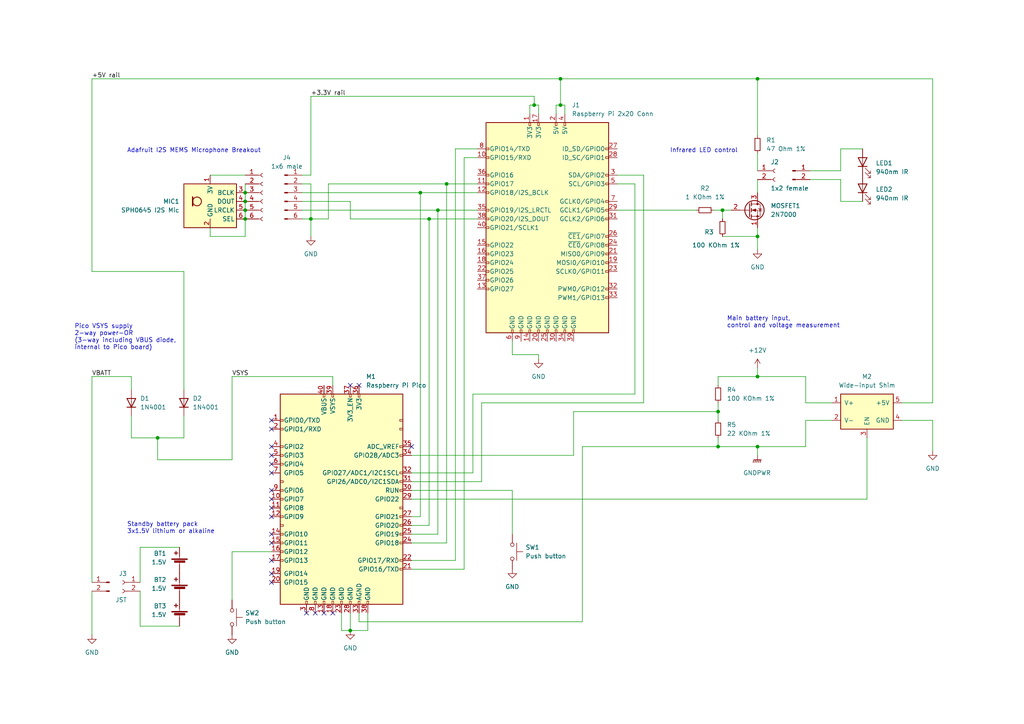
<source format=kicad_sch>
(kicad_sch (version 20211123) (generator eeschema)
  (paper "A4")
  (title_block (title "BirdBox3 Interface Hatlet for Pi Zero W") (date "2024-02-02") (rev "1.0"))
  (lib_symbols
    (symbol "Battery_Management:BQ297xy" (pin_names (offset 1.016))
      (property "Reference" "M2" (at 0 10.16 0))
      (property "Value" "Wide-input Shim" (at 0 7.62 0))
      (symbol "BQ297xy_0_1"
        (rectangle (start -7.62 5.08) (end 7.62 -5.08) (stroke (width 0.254)) (fill (type background)))
      )
      (symbol "BQ297xy_1_1"
        (pin no_connect line (at 7.62 0 180) (length 2.54) hide (name "NC") (number "1"))
        (pin input line (at -10.16 2.54 0) (length 2.54) (name "V+") (number "1"))
        (pin input line (at -10.16 -2.54 0) (length 2.54) (name "V-") (number "2"))
        (pin input line (at 0 -7.62 90) (length 2.54) (name "EN") (number "3"))
        (pin output line (at 10.16 -2.54 180) (length 2.54) (name "GND") (number "4"))
        (pin output line (at 10.16 2.54 180) (length 2.54) (name "+5V") (number "5"))
      )
    )
    (symbol "Connector:Conn_01x02_Female" (pin_names (offset 1.016) hide)
      (property "Reference" "J" (at 0 2.54 0))
      (property "Value" "Conn_01x02_Female" (at 0 -5.08 0))
      (symbol "Conn_01x02_Female_1_1"
        (arc (start 0 -2.032) (mid -0.508 -2.54) (end 0 -3.048) (stroke (width 0.1524)))
        (polyline (pts (xy -1.27 -2.54) (xy -0.508 -2.54)) (stroke (width 0.1524)))
        (polyline (pts (xy -1.27 0) (xy -0.508 0)) (stroke (width 0.1524)))
        (arc (start 0 0.508) (mid -0.508 0) (end 0 -0.508) (stroke (width 0.1524)))
        (pin passive line (at -5.08 0 0) (length 3.81) (name "Pin_1") (number "1"))
        (pin passive line (at -5.08 -2.54 0) (length 3.81) (name "Pin_2") (number "2"))
      )
    )
    (symbol "Connector:Conn_01x02_Male" (pin_names (offset 1.016) hide)
      (property "Reference" "J" (at 0 2.54 0))
      (property "Value" "Conn_01x02_Male" (at 0 -5.08 0))
      (symbol "Conn_01x02_Male_1_1"
        (polyline (pts (xy 1.27 -2.54) (xy 0.8636 -2.54)) (stroke (width 0.1524)))
        (polyline (pts (xy 1.27 0) (xy 0.8636 0)) (stroke (width 0.1524)))
        (rectangle (start 0.8636 -2.413) (end 0 -2.667) (stroke (width 0.1524)) (fill (type outline)))
        (rectangle (start 0.8636 0.127) (end 0 -0.127) (stroke (width 0.1524)) (fill (type outline)))
        (pin passive line (at 5.08 0 180) (length 3.81) (name "Pin_1") (number "1"))
        (pin passive line (at 5.08 -2.54 180) (length 3.81) (name "Pin_2") (number "2"))
      )
    )
    (symbol "Connector:Conn_01x06_Female" (pin_names (offset 1.016) hide)
      (property "Reference" "J" (at 0 7.62 0))
      (property "Value" "Conn_01x06_Female" (at 0 -10.16 0))
      (symbol "Conn_01x06_Female_1_1"
        (arc (start 0 -7.112) (mid -0.508 -7.62) (end 0 -8.128) (stroke (width 0.1524)))
        (arc (start 0 -4.572) (mid -0.508 -5.08) (end 0 -5.588) (stroke (width 0.1524)))
        (arc (start 0 -2.032) (mid -0.508 -2.54) (end 0 -3.048) (stroke (width 0.1524)))
        (polyline (pts (xy -1.27 -7.62) (xy -0.508 -7.62)) (stroke (width 0.1524)))
        (polyline (pts (xy -1.27 -5.08) (xy -0.508 -5.08)) (stroke (width 0.1524)))
        (polyline (pts (xy -1.27 -2.54) (xy -0.508 -2.54)) (stroke (width 0.1524)))
        (polyline (pts (xy -1.27 0) (xy -0.508 0)) (stroke (width 0.1524)))
        (polyline (pts (xy -1.27 2.54) (xy -0.508 2.54)) (stroke (width 0.1524)))
        (polyline (pts (xy -1.27 5.08) (xy -0.508 5.08)) (stroke (width 0.1524)))
        (arc (start 0 0.508) (mid -0.508 0) (end 0 -0.508) (stroke (width 0.1524)))
        (arc (start 0 3.048) (mid -0.508 2.54) (end 0 2.032) (stroke (width 0.1524)))
        (arc (start 0 5.588) (mid -0.508 5.08) (end 0 4.572) (stroke (width 0.1524)))
        (pin passive line (at -5.08 5.08 0) (length 3.81) (name "Pin_1") (number "1"))
        (pin passive line (at -5.08 2.54 0) (length 3.81) (name "Pin_2") (number "2"))
        (pin passive line (at -5.08 0 0) (length 3.81) (name "Pin_3") (number "3"))
        (pin passive line (at -5.08 -2.54 0) (length 3.81) (name "Pin_4") (number "4"))
        (pin passive line (at -5.08 -5.08 0) (length 3.81) (name "Pin_5") (number "5"))
        (pin passive line (at -5.08 -7.62 0) (length 3.81) (name "Pin_6") (number "6"))
      )
    )
    (symbol "Connector:Conn_01x06_Male" (pin_names (offset 1.016) hide)
      (property "Reference" "J" (at 0 7.62 0))
      (property "Value" "Conn_01x06_Male" (at 0 -10.16 0))
      (symbol "Conn_01x06_Male_1_1"
        (polyline (pts (xy 1.27 -7.62) (xy 0.8636 -7.62)) (stroke (width 0.1524)))
        (polyline (pts (xy 1.27 -5.08) (xy 0.8636 -5.08)) (stroke (width 0.1524)))
        (polyline (pts (xy 1.27 -2.54) (xy 0.8636 -2.54)) (stroke (width 0.1524)))
        (polyline (pts (xy 1.27 0) (xy 0.8636 0)) (stroke (width 0.1524)))
        (polyline (pts (xy 1.27 2.54) (xy 0.8636 2.54)) (stroke (width 0.1524)))
        (polyline (pts (xy 1.27 5.08) (xy 0.8636 5.08)) (stroke (width 0.1524)))
        (rectangle (start 0.8636 -7.493) (end 0 -7.747) (stroke (width 0.1524)) (fill (type outline)))
        (rectangle (start 0.8636 -4.953) (end 0 -5.207) (stroke (width 0.1524)) (fill (type outline)))
        (rectangle (start 0.8636 -2.413) (end 0 -2.667) (stroke (width 0.1524)) (fill (type outline)))
        (rectangle (start 0.8636 0.127) (end 0 -0.127) (stroke (width 0.1524)) (fill (type outline)))
        (rectangle (start 0.8636 2.667) (end 0 2.413) (stroke (width 0.1524)) (fill (type outline)))
        (rectangle (start 0.8636 5.207) (end 0 4.953) (stroke (width 0.1524)) (fill (type outline)))
        (pin passive line (at 5.08 5.08 180) (length 3.81) (name "Pin_1") (number "1"))
        (pin passive line (at 5.08 2.54 180) (length 3.81) (name "Pin_2") (number "2"))
        (pin passive line (at 5.08 0 180) (length 3.81) (name "Pin_3") (number "3"))
        (pin passive line (at 5.08 -2.54 180) (length 3.81) (name "Pin_4") (number "4"))
        (pin passive line (at 5.08 -5.08 180) (length 3.81) (name "Pin_5") (number "5"))
        (pin passive line (at 5.08 -7.62 180) (length 3.81) (name "Pin_6") (number "6"))
      )
    )
    (symbol "Connector:Raspberry_Pi_2_3" (pin_names (offset 1.016))
      (property "Reference" "J1" (at 7.0994 35.56 0))
      (property "Value" "Raspberry Pi 2x20 Conn" (at 7.0994 33.02 0))
      (symbol "Raspberry_Pi_2_3_0_1"
        (rectangle (start -17.78 30.48) (end 17.78 -30.48) (stroke (width 0.254)) (fill (type background)))
      )
      (symbol "Raspberry_Pi_2_3_1_1"
        (rectangle (start -16.891 -17.526) (end -17.78 -18.034))
        (rectangle (start -16.891 -14.986) (end -17.78 -15.494))
        (rectangle (start -16.891 -12.446) (end -17.78 -12.954))
        (rectangle (start -16.891 -9.906) (end -17.78 -10.414))
        (rectangle (start -16.891 -7.366) (end -17.78 -7.874))
        (rectangle (start -16.891 -4.826) (end -17.78 -5.334))
        (rectangle (start -16.891 0.254) (end -17.78 -0.254))
        (rectangle (start -16.891 2.794) (end -17.78 2.286))
        (rectangle (start -16.891 5.334) (end -17.78 4.826))
        (rectangle (start -16.891 10.414) (end -17.78 9.906))
        (rectangle (start -16.891 12.954) (end -17.78 12.446))
        (rectangle (start -16.891 15.494) (end -17.78 14.986))
        (rectangle (start -16.891 20.574) (end -17.78 20.066))
        (rectangle (start -16.891 23.114) (end -17.78 22.606))
        (rectangle (start -10.414 -29.591) (end -9.906 -30.48))
        (rectangle (start -7.874 -29.591) (end -7.366 -30.48))
        (rectangle (start -5.334 -29.591) (end -4.826 -30.48))
        (rectangle (start -5.334 30.48) (end -4.826 29.591))
        (rectangle (start -2.794 -29.591) (end -2.286 -30.48))
        (rectangle (start -2.794 30.48) (end -2.286 29.591))
        (rectangle (start -0.254 -29.591) (end 0.254 -30.48))
        (rectangle (start 2.286 -29.591) (end 2.794 -30.48))
        (rectangle (start 2.286 30.48) (end 2.794 29.591))
        (rectangle (start 4.826 -29.591) (end 5.334 -30.48))
        (rectangle (start 4.826 30.48) (end 5.334 29.591))
        (rectangle (start 7.366 -29.591) (end 7.874 -30.48))
        (rectangle (start 17.78 -20.066) (end 16.891 -20.574))
        (rectangle (start 17.78 -17.526) (end 16.891 -18.034))
        (rectangle (start 17.78 -12.446) (end 16.891 -12.954))
        (rectangle (start 17.78 -9.906) (end 16.891 -10.414))
        (rectangle (start 17.78 -7.366) (end 16.891 -7.874))
        (rectangle (start 17.78 -4.826) (end 16.891 -5.334))
        (rectangle (start 17.78 -2.286) (end 16.891 -2.794))
        (rectangle (start 17.78 2.794) (end 16.891 2.286))
        (rectangle (start 17.78 5.334) (end 16.891 4.826))
        (rectangle (start 17.78 7.874) (end 16.891 7.366))
        (rectangle (start 17.78 12.954) (end 16.891 12.446))
        (rectangle (start 17.78 15.494) (end 16.891 14.986))
        (rectangle (start 17.78 20.574) (end 16.891 20.066))
        (rectangle (start 17.78 23.114) (end 16.891 22.606))
        (pin power_in line (at -5.08 33.02 270) (length 2.54) (name "3V3") (number "1"))
        (pin bidirectional line (at -20.32 20.32 0) (length 2.54) (name "GPIO15/RXD") (number "10"))
        (pin bidirectional line (at -20.32 12.7 0) (length 2.54) (name "GPIO17") (number "11"))
        (pin bidirectional line (at -20.32 10.16 0) (length 2.54) (name "GPIO18/I2S_BCLK") (number "12"))
        (pin bidirectional line (at -20.32 -17.78 0) (length 2.54) (name "GPIO27") (number "13"))
        (pin power_in line (at -5.08 -33.02 90) (length 2.54) (name "GND") (number "14"))
        (pin bidirectional line (at -20.32 -5.08 0) (length 2.54) (name "GPIO22") (number "15"))
        (pin bidirectional line (at -20.32 -7.62 0) (length 2.54) (name "GPIO23") (number "16"))
        (pin power_in line (at -2.54 33.02 270) (length 2.54) (name "3V3") (number "17"))
        (pin bidirectional line (at -20.32 -10.16 0) (length 2.54) (name "GPIO24") (number "18"))
        (pin bidirectional line (at 20.32 -10.16 180) (length 2.54) (name "MOSI0/GPIO10") (number "19"))
        (pin power_in line (at 2.54 33.02 270) (length 2.54) (name "5V") (number "2"))
        (pin power_in line (at -2.54 -33.02 90) (length 2.54) (name "GND") (number "20"))
        (pin bidirectional line (at 20.32 -7.62 180) (length 2.54) (name "MISO0/GPIO9") (number "21"))
        (pin bidirectional line (at -20.32 -12.7 0) (length 2.54) (name "GPIO25") (number "22"))
        (pin bidirectional line (at 20.32 -12.7 180) (length 2.54) (name "SCLK0/GPIO11") (number "23"))
        (pin bidirectional line (at 20.32 -5.08 180) (length 2.54) (name "~{CE0}/GPIO8") (number "24"))
        (pin power_in line (at 0 -33.02 90) (length 2.54) (name "GND") (number "25"))
        (pin bidirectional line (at 20.32 -2.54 180) (length 2.54) (name "~{CE1}/GPIO7") (number "26"))
        (pin bidirectional line (at 20.32 22.86 180) (length 2.54) (name "ID_SD/GPIO0") (number "27"))
        (pin bidirectional line (at 20.32 20.32 180) (length 2.54) (name "ID_SC/GPIO1") (number "28"))
        (pin bidirectional line (at 20.32 5.08 180) (length 2.54) (name "GCLK1/GPIO5") (number "29"))
        (pin bidirectional line (at 20.32 15.24 180) (length 2.54) (name "SDA/GPIO2") (number "3"))
        (pin power_in line (at 2.54 -33.02 90) (length 2.54) (name "GND") (number "30"))
        (pin bidirectional line (at 20.32 2.54 180) (length 2.54) (name "GCLK2/GPIO6") (number "31"))
        (pin bidirectional line (at 20.32 -17.78 180) (length 2.54) (name "PWM0/GPIO12") (number "32"))
        (pin bidirectional line (at 20.32 -20.32 180) (length 2.54) (name "PWM1/GPIO13") (number "33"))
        (pin power_in line (at 5.08 -33.02 90) (length 2.54) (name "GND") (number "34"))
        (pin bidirectional line (at -20.32 5.08 0) (length 2.54) (name "GPIO19/I2S_LRCTL") (number "35"))
        (pin bidirectional line (at -20.32 15.24 0) (length 2.54) (name "GPIO16") (number "36"))
        (pin bidirectional line (at -20.32 -15.24 0) (length 2.54) (name "GPIO26") (number "37"))
        (pin bidirectional line (at -20.32 2.54 0) (length 2.54) (name "GPIO20/I2S_DOUT") (number "38"))
        (pin power_in line (at 7.62 -33.02 90) (length 2.54) (name "GND") (number "39"))
        (pin power_in line (at 5.08 33.02 270) (length 2.54) (name "5V") (number "4"))
        (pin bidirectional line (at -20.32 0 0) (length 2.54) (name "GPIO21/SCLK1") (number "40"))
        (pin bidirectional line (at 20.32 12.7 180) (length 2.54) (name "SCL/GPIO3") (number "5"))
        (pin power_in line (at -10.16 -33.02 90) (length 2.54) (name "GND") (number "6"))
        (pin bidirectional line (at 20.32 7.62 180) (length 2.54) (name "GCLK0/GPIO4") (number "7"))
        (pin bidirectional line (at -20.32 22.86 0) (length 2.54) (name "GPIO14/TXD") (number "8"))
        (pin power_in line (at -7.62 -33.02 90) (length 2.54) (name "GND") (number "9"))
      )
    )
    (symbol "Device:Battery_Cell" (pin_numbers hide) (pin_names (offset 0) hide)
      (property "Reference" "BT" (at 2.54 2.54 0))
      (property "Value" "Battery_Cell" (at 2.54 0 0))
      (symbol "Battery_Cell_0_1"
        (rectangle (start -2.286 1.778) (end 2.286 1.524) (fill (type outline)))
        (rectangle (start -1.5748 1.1938) (end 1.4732 0.6858) (fill (type outline)))
        (polyline (pts (xy 0 0.762) (xy 0 0)))
        (polyline (pts (xy 0 1.778) (xy 0 2.54)))
        (polyline (pts (xy 0.508 3.429) (xy 1.524 3.429)) (stroke (width 0.254)))
        (polyline (pts (xy 1.016 3.937) (xy 1.016 2.921)) (stroke (width 0.254)))
      )
      (symbol "Battery_Cell_1_1"
        (pin passive line (at 0 5.08 270) (length 2.54) (name "+") (number "1"))
        (pin passive line (at 0 -2.54 90) (length 2.54) (name "-") (number "2"))
      )
    )
    (symbol "Device:LED" (pin_numbers hide) (pin_names (offset 1.016) hide)
      (property "Reference" "D" (at 0 2.54 0))
      (property "Value" "LED" (at 0 -2.54 0))
      (symbol "LED_0_1"
        (polyline (pts (xy -1.27 -1.27) (xy -1.27 1.27)) (stroke (width 0.254)))
        (polyline (pts (xy -1.27 0) (xy 1.27 0)))
        (polyline (pts (xy 1.27 -1.27) (xy 1.27 1.27) (xy -1.27 0) (xy 1.27 -1.27)) (stroke (width 0.254)))
        (polyline (pts (xy -3.048 -0.762) (xy -4.572 -2.286) (xy -3.81 -2.286) (xy -4.572 -2.286) (xy -4.572 -1.524)))
        (polyline (pts (xy -1.778 -0.762) (xy -3.302 -2.286) (xy -2.54 -2.286) (xy -3.302 -2.286) (xy -3.302 -1.524)))
      )
      (symbol "LED_1_1"
        (pin passive line (at -3.81 0 0) (length 2.54) (name "K") (number "1"))
        (pin passive line (at 3.81 0 180) (length 2.54) (name "A") (number "2"))
      )
    )
    (symbol "Device:R_Small" (pin_numbers hide) (pin_names (offset 0.254) hide)
      (property "Reference" "R" (at 0.762 0.508 0))
      (property "Value" "R_Small" (at 0.762 -1.016 0))
      (symbol "R_Small_0_1"
        (rectangle (start -0.762 1.778) (end 0.762 -1.778) (stroke (width 0.2032)))
      )
      (symbol "R_Small_1_1"
        (pin passive line (at 0 2.54 270) (length 0.762) (name "~") (number "1"))
        (pin passive line (at 0 -2.54 90) (length 0.762) (name "~") (number "2"))
      )
    )
    (symbol "Diode:1N4001" (pin_numbers hide) (pin_names hide)
      (property "Reference" "D" (at 0 2.54 0))
      (property "Value" "1N4001" (at 0 -2.54 0))
      (symbol "1N4001_0_1"
        (polyline (pts (xy -1.27 1.27) (xy -1.27 -1.27)) (stroke (width 0.254)))
        (polyline (pts (xy 1.27 0) (xy -1.27 0)))
        (polyline (pts (xy 1.27 1.27) (xy 1.27 -1.27) (xy -1.27 0) (xy 1.27 1.27)) (stroke (width 0.254)))
      )
      (symbol "1N4001_1_1"
        (pin passive line (at -3.81 0 0) (length 2.54) (name "K") (number "1"))
        (pin passive line (at 3.81 0 180) (length 2.54) (name "A") (number "2"))
      )
    )
    (symbol "Raspberry_Pi_2_3_1" (pin_names (offset 1.016))
      (property "Reference" "J?" (at 7.0994 35.56 0))
      (property "Value" "Raspberry Pi Pico" (at 7.0994 33.02 0))
      (symbol "Raspberry_Pi_2_3_1_0_1"
        (rectangle (start -17.78 30.48) (end 17.78 -30.48) (stroke (width 0.254)) (fill (type background)))
      )
      (symbol "Raspberry_Pi_2_3_1_1_1"
        (rectangle (start -16.891 -17.526) (end -17.78 -18.034))
        (rectangle (start -16.891 -14.986) (end -17.78 -15.494))
        (rectangle (start -16.891 -12.446) (end -17.78 -12.954))
        (rectangle (start -16.891 -9.906) (end -17.78 -10.414))
        (rectangle (start -16.891 -7.366) (end -17.78 -7.874))
        (rectangle (start -16.891 -4.826) (end -17.78 -5.334))
        (rectangle (start -16.891 0.254) (end -17.78 -0.254))
        (rectangle (start -16.891 2.794) (end -17.78 2.286))
        (rectangle (start -16.891 5.334) (end -17.78 4.826))
        (rectangle (start -16.891 10.414) (end -17.78 9.906))
        (rectangle (start -16.891 12.954) (end -17.78 12.446))
        (rectangle (start -16.891 15.494) (end -17.78 14.986))
        (rectangle (start -16.891 20.574) (end -17.78 20.066))
        (rectangle (start -16.891 23.114) (end -17.78 22.606))
        (rectangle (start -10.414 -29.591) (end -9.906 -30.48))
        (rectangle (start -7.874 -29.591) (end -7.366 -30.48))
        (rectangle (start -5.334 -29.591) (end -4.826 -30.48))
        (rectangle (start -5.334 30.48) (end -4.826 29.591))
        (rectangle (start -2.794 -29.591) (end -2.286 -30.48))
        (rectangle (start -2.794 30.48) (end -2.286 29.591))
        (rectangle (start -0.254 -29.591) (end 0.254 -30.48))
        (rectangle (start 2.286 -29.591) (end 2.794 -30.48))
        (rectangle (start 2.286 30.48) (end 2.794 29.591))
        (rectangle (start 4.826 -29.591) (end 5.334 -30.48))
        (rectangle (start 4.826 30.48) (end 5.334 29.591))
        (rectangle (start 7.366 -29.591) (end 7.874 -30.48))
        (rectangle (start 17.78 -20.066) (end 16.891 -20.574))
        (rectangle (start 17.78 -17.526) (end 16.891 -18.034))
        (rectangle (start 17.78 -12.446) (end 16.891 -12.954))
        (rectangle (start 17.78 -9.906) (end 16.891 -10.414))
        (rectangle (start 17.78 -7.366) (end 16.891 -7.874))
        (rectangle (start 17.78 -4.826) (end 16.891 -5.334))
        (rectangle (start 17.78 -2.286) (end 16.891 -2.794))
        (rectangle (start 17.78 2.794) (end 16.891 2.286))
        (rectangle (start 17.78 5.334) (end 16.891 4.826))
        (rectangle (start 17.78 7.874) (end 16.891 7.366))
        (rectangle (start 17.78 12.954) (end 16.891 12.446))
        (rectangle (start 17.78 15.494) (end 16.891 14.986))
        (rectangle (start 17.78 20.574) (end 16.891 20.066))
        (rectangle (start 17.78 23.114) (end 16.891 22.606))
        (pin bidirectional line (at -20.32 22.86 0) (length 2.54) (name "GPIO0/TXD") (number "1"))
        (pin bidirectional line (at -20.32 0 0) (length 2.54) (name "GPIO7") (number "10"))
        (pin bidirectional line (at -20.32 -2.54 0) (length 2.54) (name "GPIO8") (number "11"))
        (pin bidirectional line (at -20.32 -5.08 0) (length 2.54) (name "GPIO9") (number "12"))
        (pin power_in line (at -5.08 -33.02 90) (length 2.54) (name "GND") (number "13"))
        (pin bidirectional line (at -20.32 -10.16 0) (length 2.54) (name "GPIO10") (number "14"))
        (pin bidirectional line (at -20.32 -12.7 0) (length 2.54) (name "GPIO11") (number "15"))
        (pin bidirectional line (at -20.32 -15.24 0) (length 2.54) (name "GPIO12") (number "16"))
        (pin bidirectional line (at -20.32 -17.78 0) (length 2.54) (name "GPIO13") (number "17"))
        (pin power_in line (at -2.54 -33.02 90) (length 2.54) (name "GND") (number "18"))
        (pin bidirectional line (at -20.32 -21.59 0) (length 2.54) (name "GPIO14") (number "19"))
        (pin bidirectional line (at -20.32 20.32 0) (length 2.54) (name "GPIO1/RXD") (number "2"))
        (pin bidirectional line (at -20.32 -24.13 0) (length 2.54) (name "GPIO15") (number "20"))
        (pin bidirectional line (at 20.32 -20.32 180) (length 2.54) (name "GPIO16/TXD") (number "21"))
        (pin bidirectional line (at 20.32 -17.78 180) (length 2.54) (name "GPIO17/RXD") (number "22"))
        (pin power_in line (at 0 -33.02 90) (length 2.54) (name "GND") (number "23"))
        (pin bidirectional line (at 20.32 -12.7 180) (length 2.54) (name "GPIO18") (number "24"))
        (pin bidirectional line (at 20.32 -10.16 180) (length 2.54) (name "GPIO19") (number "25"))
        (pin bidirectional line (at 20.32 -7.62 180) (length 2.54) (name "GPIO20") (number "26"))
        (pin bidirectional line (at 20.32 -5.08 180) (length 2.54) (name "GPIO21") (number "27"))
        (pin power_in line (at 2.54 -33.02 90) (length 2.54) (name "GND") (number "28"))
        (pin bidirectional line (at 20.32 0 180) (length 2.54) (name "GPIO22") (number "29"))
        (pin power_in line (at -10.16 -33.02 90) (length 2.54) (name "GND") (number "3"))
        (pin bidirectional line (at 20.32 2.54 180) (length 2.54) (name "RUN") (number "30"))
        (pin bidirectional line (at 20.32 5.08 180) (length 2.54) (name "GPI26/ADC0/I2C1SDA") (number "31"))
        (pin bidirectional line (at 20.32 7.62 180) (length 2.54) (name "GPIO27/ADC1/I2C1SCL") (number "32"))
        (pin power_in line (at 5.08 -33.02 90) (length 2.54) (name "AGND") (number "33"))
        (pin bidirectional line (at 20.32 12.7 180) (length 2.54) (name "GPIO28/ADC3") (number "34"))
        (pin bidirectional line (at 20.32 15.24 180) (length 2.54) (name "ADC_VREF") (number "35"))
        (pin power_out line (at 5.08 33.02 270) (length 2.54) (name "3V3") (number "36"))
        (pin input line (at 2.54 33.02 270) (length 2.54) (name "3V3_EN") (number "37"))
        (pin power_in line (at 7.62 -33.02 90) (length 2.54) (name "GND") (number "38"))
        (pin power_in line (at -2.54 33.02 270) (length 2.54) (name "VSYS") (number "39"))
        (pin bidirectional line (at -20.32 15.24 0) (length 2.54) (name "GPIO2") (number "4"))
        (pin power_in line (at -5.08 33.02 270) (length 2.54) (name "VBUS") (number "40"))
        (pin bidirectional line (at -20.32 12.7 0) (length 2.54) (name "GPIO3") (number "5"))
        (pin bidirectional line (at -20.32 10.16 0) (length 2.54) (name "GPIO4") (number "6"))
        (pin bidirectional line (at -20.32 7.62 0) (length 2.54) (name "GPIO5") (number "7"))
        (pin power_in line (at -7.62 -33.02 90) (length 2.54) (name "GND") (number "8"))
        (pin bidirectional line (at -20.32 2.54 0) (length 2.54) (name "GPIO6") (number "9"))
      )
    )
    (symbol "Sensor_Audio:SPH0641LU4H-1"
      (property "Reference" "MIC1" (at 8.89 1.2701 0))
      (property "Value" "SPH0645LM4H" (at 8.89 -1.2699 0))
      (symbol "SPH0641LU4H-1_1_1"
        (rectangle (start -7.62 5.08) (end 7.62 -7.62) (stroke (width 0.254)) (fill (type background)))
        (circle (center -3.81 0) (radius 1.27) (stroke (width 0.254)))
        (polyline (pts (xy -5.08 1.27) (xy -5.08 -1.27)) (stroke (width 0.381)))
        (pin power_in line (at 0 7.62 270) (length 2.54) (name "3V") (number "1"))
        (pin power_in line (at 0 -7.62 90) (length 2.54) (name "GND") (number "2"))
        (pin input line (at 10.16 2.54 180) (length 2.54) (name "BCLK") (number "3"))
        (pin output line (at 10.16 0 180) (length 2.54) (name "DOUT") (number "4"))
        (pin input line (at 10.16 -2.54 180) (length 2.54) (name "LRCLK") (number "5"))
        (pin input line (at 10.16 -5.08 180) (length 2.54) (name "SEL") (number "6"))
      )
    )
    (symbol "Switch:SW_Push" (pin_numbers hide) (pin_names (offset 1.016) hide)
      (property "Reference" "SW" (at 1.27 2.54 0))
      (property "Value" "SW_Push" (at 0 -1.524 0))
      (symbol "SW_Push_0_1"
        (circle (center -2.032 0) (radius 0.508))
        (polyline (pts (xy 0 1.27) (xy 0 3.048)))
        (polyline (pts (xy 2.54 1.27) (xy -2.54 1.27)))
        (circle (center 2.032 0) (radius 0.508))
        (pin passive line (at -5.08 0 0) (length 2.54) (name "1") (number "1"))
        (pin passive line (at 5.08 0 180) (length 2.54) (name "2") (number "2"))
      )
    )
    (symbol "Transistor_FET:2N7000" (pin_names hide)
      (property "Reference" "Q" (at 5.08 1.905 0))
      (property "Value" "2N7000" (at 5.08 0 0))
      (symbol "2N7000_0_1"
        (polyline (pts (xy 0.254 0) (xy -2.54 0)))
        (polyline (pts (xy 0.254 1.905) (xy 0.254 -1.905)) (stroke (width 0.254)))
        (polyline (pts (xy 0.762 -1.27) (xy 0.762 -2.286)) (stroke (width 0.254)))
        (polyline (pts (xy 0.762 0.508) (xy 0.762 -0.508)) (stroke (width 0.254)))
        (polyline (pts (xy 0.762 2.286) (xy 0.762 1.27)) (stroke (width 0.254)))
        (polyline (pts (xy 2.54 2.54) (xy 2.54 1.778)))
        (polyline (pts (xy 2.54 -2.54) (xy 2.54 0) (xy 0.762 0)))
        (polyline (pts (xy 0.762 -1.778) (xy 3.302 -1.778) (xy 3.302 1.778) (xy 0.762 1.778)))
        (polyline (pts (xy 1.016 0) (xy 2.032 0.381) (xy 2.032 -0.381) (xy 1.016 0)) (fill (type outline)))
        (polyline (pts (xy 2.794 0.508) (xy 2.921 0.381) (xy 3.683 0.381) (xy 3.81 0.254)))
        (polyline (pts (xy 3.302 0.381) (xy 2.921 -0.254) (xy 3.683 -0.254) (xy 3.302 0.381)))
        (circle (center 1.651 0) (radius 2.794) (stroke (width 0.254)))
        (circle (center 2.54 -1.778) (radius 0.254) (fill (type outline)))
        (circle (center 2.54 1.778) (radius 0.254) (fill (type outline)))
      )
      (symbol "2N7000_1_1"
        (pin passive line (at 2.54 -5.08 90) (length 2.54) (name "S") (number "1"))
        (pin input line (at -5.08 0 0) (length 2.54) (name "G") (number "2"))
        (pin passive line (at 2.54 5.08 270) (length 2.54) (name "D") (number "3"))
      )
    )
    (symbol "power:+12V" (power) (pin_names (offset 0))
      (property "Value" "+12V" (at 0 3.556 0))
      (symbol "+12V_0_1"
        (polyline (pts (xy -0.762 1.27) (xy 0 2.54)))
        (polyline (pts (xy 0 0) (xy 0 2.54)))
        (polyline (pts (xy 0 2.54) (xy 0.762 1.27)))
      )
      (symbol "+12V_1_1"
        (pin power_in line (at 0 0 90) (length 0) hide (name "+12V") (number "1"))
      )
    )
    (symbol "power:GND" (power) (pin_names (offset 0))
      (property "Value" "GND" (at 0 -3.81 0))
      (symbol "GND_0_1"
        (polyline (pts (xy 0 0) (xy 0 -1.27) (xy 1.27 -1.27) (xy 0 -2.54) (xy -1.27 -1.27) (xy 0 -1.27)))
      )
      (symbol "GND_1_1"
        (pin power_in line (at 0 0 270) (length 0) hide (name "GND") (number "1"))
      )
    )
    (symbol "power:GNDPWR" (power) (pin_names (offset 0))
      (property "Value" "GNDPWR" (at 0 -3.302 0))
      (symbol "GNDPWR_0_1"
        (polyline (pts (xy 0 -1.27) (xy 0 0)))
        (polyline (pts (xy -1.016 -1.27) (xy -1.27 -2.032) (xy -1.27 -2.032)) (stroke (width 0.2032)))
        (polyline (pts (xy -0.508 -1.27) (xy -0.762 -2.032) (xy -0.762 -2.032)) (stroke (width 0.2032)))
        (polyline (pts (xy 0 -1.27) (xy -0.254 -2.032) (xy -0.254 -2.032)) (stroke (width 0.2032)))
        (polyline (pts (xy 0.508 -1.27) (xy 0.254 -2.032) (xy 0.254 -2.032)) (stroke (width 0.2032)))
        (polyline (pts (xy 1.016 -1.27) (xy -1.016 -1.27) (xy -1.016 -1.27)) (stroke (width 0.2032)))
        (polyline (pts (xy 1.016 -1.27) (xy 0.762 -2.032) (xy 0.762 -2.032) (xy 0.762 -2.032)) (stroke (width 0.2032)))
      )
      (symbol "GNDPWR_1_1"
        (pin power_in line (at 0 0 270) (length 0) hide (name "GNDPWR") (number "1"))
      )
    )
  )
  (junction (at 90.17 63.5))
  (junction (at 71.12 60.96))
  (junction (at 219.71 129.54))
  (junction (at 101.6 182.88))
  (junction (at 71.12 58.42))
  (junction (at 127 60.96))
  (junction (at 162.56 30.48))
  (junction (at 208.28 129.54))
  (junction (at 71.12 63.5))
  (junction (at 124.46 63.5))
  (junction (at 154.94 30.48))
  (junction (at 162.56 22.86))
  (junction (at 219.71 109.22))
  (junction (at 121.92 55.88))
  (junction (at 208.28 119.38))
  (junction (at 129.54 53.34))
  (junction (at 209.55 60.96))
  (junction (at 219.71 68.58))
  (junction (at 219.71 22.86))
  (junction (at 71.12 55.88))
  (junction (at 45.72 127))
  (no_connect (at 78.74 168.91))
  (no_connect (at 78.74 162.56))
  (no_connect (at 78.74 166.37))
  (no_connect (at 119.38 129.54))
  (no_connect (at 78.74 121.92))
  (no_connect (at 101.6 111.76))
  (no_connect (at 104.14 111.76))
  (no_connect (at 78.74 157.48))
  (no_connect (at 78.74 154.94))
  (no_connect (at 78.74 144.78))
  (no_connect (at 78.74 147.32))
  (no_connect (at 78.74 149.86))
  (no_connect (at 78.74 124.46))
  (no_connect (at 78.74 137.16))
  (no_connect (at 78.74 132.08))
  (no_connect (at 78.74 129.54))
  (no_connect (at 78.74 134.62))
  (no_connect (at 78.74 142.24))
  (no_connect (at 88.9 177.8))
  (no_connect (at 91.44 177.8))
  (no_connect (at 93.98 177.8))
  (no_connect (at 96.52 177.8))
  (wire (pts (xy 71.12 60.96) (xy 71.12 63.5)))
  (wire (pts (xy 26.67 171.45) (xy 26.67 184.15)))
  (wire (pts (xy 148.59 102.87) (xy 156.21 102.87)))
  (wire (pts (xy 162.56 22.86) (xy 162.56 30.48)))
  (wire (pts (xy 104.14 180.34) (xy 104.14 177.8)))
  (wire (pts (xy 137.16 137.16) (xy 119.38 137.16)))
  (wire (pts (xy 163.83 30.48) (xy 163.83 33.02)))
  (wire (pts (xy 129.54 53.34) (xy 138.43 53.34)))
  (wire (pts (xy 162.56 22.86) (xy 219.71 22.86)))
  (wire (pts (xy 168.91 180.34) (xy 168.91 129.54)))
  (wire (pts (xy 45.72 133.35) (xy 67.31 133.35)))
  (wire (pts (xy 154.94 30.48) (xy 156.21 30.48)))
  (wire (pts (xy 45.72 127) (xy 45.72 133.35)))
  (wire (pts (xy 87.63 63.5) (xy 90.17 63.5)))
  (wire (pts (xy 179.07 50.8) (xy 186.69 50.8)))
  (wire (pts (xy 119.38 157.48) (xy 129.54 157.48)))
  (wire (pts (xy 127 60.96) (xy 127 154.94)))
  (wire (pts (xy 219.71 22.86) (xy 219.71 39.37)))
  (wire (pts (xy 270.51 121.92) (xy 270.51 130.81)))
  (wire (pts (xy 168.91 129.54) (xy 208.28 129.54)))
  (wire (pts (xy 124.46 63.5) (xy 138.43 63.5)))
  (wire (pts (xy 270.51 22.86) (xy 270.51 116.84)))
  (wire (pts (xy 156.21 30.48) (xy 156.21 33.02)))
  (wire (pts (xy 153.67 33.02) (xy 153.67 30.48)))
  (wire (pts (xy 162.56 30.48) (xy 163.83 30.48)))
  (wire (pts (xy 261.62 121.92) (xy 270.51 121.92)))
  (wire (pts (xy 209.55 60.96) (xy 212.09 60.96)))
  (wire (pts (xy 101.6 63.5) (xy 124.46 63.5)))
  (wire (pts (xy 219.71 106.68) (xy 219.71 109.22)))
  (wire (pts (xy 119.38 132.08) (xy 166.37 132.08)))
  (wire (pts (xy 154.94 27.94) (xy 154.94 30.48)))
  (wire (pts (xy 208.28 109.22) (xy 208.28 111.76)))
  (wire (pts (xy 148.59 99.06) (xy 148.59 102.87)))
  (wire (pts (xy 71.12 68.58) (xy 60.96 68.58)))
  (wire (pts (xy 132.08 162.56) (xy 119.38 162.56)))
  (wire (pts (xy 138.43 45.72) (xy 134.62 45.72)))
  (wire (pts (xy 71.12 55.88) (xy 71.12 58.42)))
  (wire (pts (xy 26.67 109.22) (xy 26.67 168.91)))
  (wire (pts (xy 104.14 180.34) (xy 168.91 180.34)))
  (wire (pts (xy 250.19 58.42) (xy 243.84 58.42)))
  (wire (pts (xy 153.67 30.48) (xy 154.94 30.48)))
  (wire (pts (xy 138.43 43.18) (xy 132.08 43.18)))
  (wire (pts (xy 99.06 177.8) (xy 99.06 182.88)))
  (wire (pts (xy 184.15 53.34) (xy 184.15 114.3)))
  (wire (pts (xy 52.07 158.75) (xy 40.64 158.75)))
  (wire (pts (xy 208.28 116.84) (xy 208.28 119.38)))
  (wire (pts (xy 45.72 127) (xy 38.1 127)))
  (wire (pts (xy 119.38 152.4) (xy 124.46 152.4)))
  (wire (pts (xy 101.6 58.42) (xy 101.6 63.5)))
  (wire (pts (xy 53.34 120.65) (xy 53.34 127)))
  (wire (pts (xy 67.31 160.02) (xy 67.31 173.99)))
  (wire (pts (xy 26.67 22.86) (xy 26.67 78.74)))
  (wire (pts (xy 243.84 43.18) (xy 243.84 49.53)))
  (wire (pts (xy 26.67 109.22) (xy 38.1 109.22)))
  (wire (pts (xy 161.29 30.48) (xy 162.56 30.48)))
  (wire (pts (xy 186.69 50.8) (xy 186.69 116.84)))
  (wire (pts (xy 179.07 60.96) (xy 201.93 60.96)))
  (wire (pts (xy 139.7 139.7) (xy 119.38 139.7)))
  (wire (pts (xy 166.37 132.08) (xy 166.37 119.38)))
  (wire (pts (xy 219.71 66.04) (xy 219.71 68.58)))
  (wire (pts (xy 219.71 22.86) (xy 270.51 22.86)))
  (wire (pts (xy 219.71 129.54) (xy 233.68 129.54)))
  (wire (pts (xy 219.71 109.22) (xy 233.68 109.22)))
  (wire (pts (xy 90.17 63.5) (xy 90.17 68.58)))
  (wire (pts (xy 251.46 144.78) (xy 251.46 127)))
  (wire (pts (xy 38.1 120.65) (xy 38.1 127)))
  (wire (pts (xy 154.94 27.94) (xy 90.17 27.94)))
  (wire (pts (xy 243.84 58.42) (xy 243.84 52.07)))
  (wire (pts (xy 243.84 52.07) (xy 234.95 52.07)))
  (wire (pts (xy 137.16 114.3) (xy 137.16 137.16)))
  (wire (pts (xy 60.96 68.58) (xy 60.96 66.04)))
  (wire (pts (xy 26.67 78.74) (xy 53.34 78.74)))
  (wire (pts (xy 40.64 158.75) (xy 40.64 168.91)))
  (wire (pts (xy 40.64 181.61) (xy 40.64 171.45)))
  (wire (pts (xy 124.46 63.5) (xy 124.46 152.4)))
  (wire (pts (xy 219.71 68.58) (xy 219.71 72.39)))
  (wire (pts (xy 90.17 27.94) (xy 90.17 50.8)))
  (wire (pts (xy 95.25 53.34) (xy 129.54 53.34)))
  (wire (pts (xy 233.68 116.84) (xy 241.3 116.84)))
  (wire (pts (xy 134.62 165.1) (xy 119.38 165.1)))
  (wire (pts (xy 71.12 63.5) (xy 71.12 68.58)))
  (wire (pts (xy 96.52 109.22) (xy 96.52 111.76)))
  (wire (pts (xy 219.71 52.07) (xy 219.71 55.88)))
  (wire (pts (xy 87.63 60.96) (xy 127 60.96)))
  (wire (pts (xy 208.28 109.22) (xy 219.71 109.22)))
  (wire (pts (xy 121.92 55.88) (xy 121.92 149.86)))
  (wire (pts (xy 127 60.96) (xy 138.43 60.96)))
  (wire (pts (xy 243.84 49.53) (xy 234.95 49.53)))
  (wire (pts (xy 179.07 53.34) (xy 184.15 53.34)))
  (wire (pts (xy 156.21 102.87) (xy 156.21 104.14)))
  (wire (pts (xy 99.06 182.88) (xy 101.6 182.88)))
  (wire (pts (xy 209.55 68.58) (xy 219.71 68.58)))
  (wire (pts (xy 119.38 144.78) (xy 251.46 144.78)))
  (wire (pts (xy 106.68 182.88) (xy 106.68 177.8)))
  (wire (pts (xy 208.28 129.54) (xy 219.71 129.54)))
  (wire (pts (xy 184.15 114.3) (xy 137.16 114.3)))
  (wire (pts (xy 78.74 160.02) (xy 67.31 160.02)))
  (wire (pts (xy 233.68 121.92) (xy 241.3 121.92)))
  (wire (pts (xy 233.68 121.92) (xy 233.68 129.54)))
  (wire (pts (xy 148.59 142.24) (xy 148.59 154.94)))
  (wire (pts (xy 38.1 109.22) (xy 38.1 113.03)))
  (wire (pts (xy 119.38 149.86) (xy 121.92 149.86)))
  (wire (pts (xy 90.17 53.34) (xy 90.17 63.5)))
  (wire (pts (xy 101.6 177.8) (xy 101.6 182.88)))
  (wire (pts (xy 95.25 63.5) (xy 95.25 53.34)))
  (wire (pts (xy 219.71 44.45) (xy 219.71 49.53)))
  (wire (pts (xy 139.7 116.84) (xy 139.7 139.7)))
  (wire (pts (xy 67.31 133.35) (xy 67.31 109.22)))
  (wire (pts (xy 129.54 53.34) (xy 129.54 157.48)))
  (wire (pts (xy 119.38 154.94) (xy 127 154.94)))
  (wire (pts (xy 208.28 127) (xy 208.28 129.54)))
  (wire (pts (xy 52.07 181.61) (xy 40.64 181.61)))
  (wire (pts (xy 132.08 43.18) (xy 132.08 162.56)))
  (wire (pts (xy 219.71 129.54) (xy 219.71 132.08)))
  (wire (pts (xy 121.92 55.88) (xy 138.43 55.88)))
  (wire (pts (xy 119.38 142.24) (xy 148.59 142.24)))
  (wire (pts (xy 161.29 30.48) (xy 161.29 33.02)))
  (wire (pts (xy 60.96 50.8) (xy 71.12 50.8)))
  (wire (pts (xy 261.62 116.84) (xy 270.51 116.84)))
  (wire (pts (xy 45.72 127) (xy 53.34 127)))
  (wire (pts (xy 134.62 45.72) (xy 134.62 165.1)))
  (wire (pts (xy 186.69 116.84) (xy 139.7 116.84)))
  (wire (pts (xy 101.6 182.88) (xy 106.68 182.88)))
  (wire (pts (xy 53.34 78.74) (xy 53.34 113.03)))
  (wire (pts (xy 208.28 119.38) (xy 208.28 121.92)))
  (wire (pts (xy 207.01 60.96) (xy 209.55 60.96)))
  (wire (pts (xy 209.55 60.96) (xy 209.55 63.5)))
  (wire (pts (xy 87.63 58.42) (xy 101.6 58.42)))
  (wire (pts (xy 26.67 22.86) (xy 162.56 22.86)))
  (wire (pts (xy 250.19 43.18) (xy 243.84 43.18)))
  (wire (pts (xy 71.12 58.42) (xy 71.12 60.96)))
  (wire (pts (xy 233.68 109.22) (xy 233.68 116.84)))
  (wire (pts (xy 87.63 55.88) (xy 121.92 55.88)))
  (wire (pts (xy 87.63 50.8) (xy 90.17 50.8)))
  (wire (pts (xy 67.31 109.22) (xy 96.52 109.22)))
  (wire (pts (xy 166.37 119.38) (xy 208.28 119.38)))
  (wire (pts (xy 90.17 63.5) (xy 95.25 63.5)))
  (wire (pts (xy 87.63 53.34) (xy 90.17 53.34)))
  (wire (pts (xy 71.12 53.34) (xy 71.12 55.88)))
  (text "Adafruit I2S MEMS Microphone Breakout" (at 36.83 44.45 0) (effects (font (size 1.27 1.27)) (justify left bottom)))
  (text "Infrared LED control" (at 194.31 44.45 0) (effects (font (size 1.27 1.27)) (justify left bottom)))
  (text "Pico VSYS supply\n2-way power-OR\n(3-way including VBUS diode,\ninternal to Pico board)" (at 21.59 101.6 0) (effects (font (size 1.27 1.27)) (justify left bottom)))
  (text "Standby battery pack\n3x1.5V lithium or alkaline" (at 36.83 154.94 0) (effects (font (size 1.27 1.27)) (justify left bottom)))
  (text "Main battery input,\ncontrol and voltage measurement" (at 210.82 95.25 0) (effects (font (size 1.27 1.27)) (justify left bottom)))
  (label "VBATT" (at 26.67 109.22 0))
  (label "+5V rail" (at 26.67 22.86 0))
  (label "VSYS" (at 67.31 109.22 0))
  (label "+3.3V rail" (at 90.17 27.94 0))
  (symbol (lib_id "power:GNDPWR") (at 219.71 132.08 0) (unit 1)
    (property "Reference" "#PWR0108" (effects hide))
    (property "Value" "GNDPWR" (at 219.583 137.16 0))
  )
  (symbol (lib_id "Device:Battery_Cell") (at 52.07 163.83 0) (mirror y) (unit 1)
    (property "Reference" "BT1" (at 48.26 160.5279 0) (effects (justify left)))
    (property "Value" "1.5V" (at 48.26 163.0679 0) (effects (justify left)))
  )
  (symbol (lib_id "power:GND") (at 67.31 184.15 0) (unit 1)
    (property "Reference" "#PWR?" (effects hide))
    (property "Value" "GND" (at 67.31 189.23 0))
  )
  (symbol (lib_id "Connector:Conn_01x02_Female") (at 35.56 168.91 0) (mirror y) (unit 1)
    (property "Reference" "J3" (at 36.83 166.37 0) (effects (justify left)))
    (property "Value" "JST" (at 36.83 173.99 0) (effects (justify left)))
  )
  (symbol (lib_id "Connector:Raspberry_Pi_2_3") (at 158.75 66.04 0) (unit 1)
    (property "Reference" "J1" (at 165.8494 30.48 0) (effects (justify left)))
    (property "Value" "Raspberry Pi 2x20 Conn" (at 165.8494 33.02 0) (effects (justify left)))
    (property "Datasheet" "https://www.raspberrypi.org/documentation/hardware/raspberrypi/schematics/rpi_SCH_3bplus_1p0_reduced.pdf" (effects hide))
  )
  (symbol (lib_id "power:GND") (at 148.59 165.1 0) (unit 1)
    (property "Reference" "#PWR?" (effects hide))
    (property "Value" "GND" (at 148.59 170.18 0))
  )
  (symbol (lib_id "Connector:Conn_01x06_Male") (at 82.55 55.88 0) (unit 1)
    (property "Reference" "J4" (at 83.185 45.72 0))
    (property "Value" "1x6 male" (at 83.185 48.26 0))
  )
  (symbol (lib_id "Device:LED") (at 250.19 54.61 90) (unit 1)
    (property "Reference" "LED2" (at 254 54.9274 90) (effects (justify right)))
    (property "Value" "940nm IR" (at 254 57.4674 90) (effects (justify right)))
  )
  (symbol (lib_id "Connector:Conn_01x06_Female") (at 76.2 55.88 0) (unit 1)
    (property "Reference" "J4" (effects hide))
    (property "Value" "1x6 female" (effects hide))
  )
  (symbol (lib_id "Connector:Conn_01x02_Male") (at 31.75 168.91 0) (mirror y) (unit 1)
    (property "Reference" "J?" (effects hide))
    (property "Value" "JST" (effects hide))
  )
  (symbol (lib_id "Device:Battery_Cell") (at 52.07 171.45 0) (mirror y) (unit 1)
    (property "Reference" "BT2" (at 48.26 168.1479 0) (effects (justify left)))
    (property "Value" "1.5V" (at 48.26 170.6879 0) (effects (justify left)))
  )
  (symbol (lib_id "Device:Battery_Cell") (at 52.07 179.07 0) (mirror y) (unit 1)
    (property "Reference" "BT3" (at 48.26 175.7679 0) (effects (justify left)))
    (property "Value" "1.5V" (at 48.26 178.3079 0) (effects (justify left)))
  )
  (symbol (lib_id "power:GND") (at 101.6 182.88 0) (unit 1)
    (property "Reference" "#PWR0103" (effects hide))
    (property "Value" "GND" (at 101.6 187.96 0))
  )
  (symbol (lib_id "Connector:Conn_01x02_Male") (at 229.87 49.53 0) (unit 1)
    (property "Reference" "J2b" (effects hide))
    (property "Value" "1x2 male" (effects hide))
  )
  (symbol (lib_id "power:+12V") (at 219.71 106.68 0) (unit 1)
    (property "Reference" "#PWR0111" (effects hide))
    (property "Value" "+12V" (at 219.71 101.6 0))
  )
  (symbol (lib_id "Device:R_Small") (at 204.47 60.96 90) (unit 1)
    (property "Reference" "R2" (at 204.47 54.61 90))
    (property "Value" "1 KOhm 1%" (at 204.47 57.15 90))
  )
  (symbol (lib_id "Transistor_FET:2N7000") (at 217.17 60.96 0) (unit 1)
    (property "Reference" "MOSFET1" (at 223.52 59.6899 0) (effects (justify left)))
    (property "Value" "2N7000" (at 223.52 62.2299 0) (effects (justify left)))
    (property "Footprint" "Package_TO_SOT_THT:TO-92_Inline" (effects hide))
    (property "Datasheet" "https://www.vishay.com/docs/70226/70226.pdf" (effects hide))
  )
  (symbol (lib_id "Diode:1N4001") (at 38.1 116.84 90) (unit 1)
    (property "Reference" "D1" (at 40.64 115.5699 90) (effects (justify right)))
    (property "Value" "1N4001" (at 40.64 118.1099 90) (effects (justify right)))
    (property "Footprint" "Diode_THT:D_DO-41_SOD81_P10.16mm_Horizontal" (effects hide))
    (property "Datasheet" "http://www.vishay.com/docs/88503/1n4001.pdf" (effects hide))
  )
  (symbol (lib_id "Sensor_Audio:SPH0641LU4H-1") (at 60.96 58.42 0) (unit 1)
    (property "Reference" "MIC1" (at 52.07 58.4199 0) (effects (justify right)))
    (property "Value" "SPH0645 I2S Mic" (at 52.07 60.9599 0) (effects (justify right)))
    (property "Footprint" "Sensor_Audio:Knowles_LGA-5_3.5x2.65mm" (effects hide))
    (property "Datasheet" "https://www.knowles.com/docs/default-source/model-downloads/sph0641lu4h-1-revb.pdf" (effects hide))
  )
  (symbol (lib_id "power:GND") (at 156.21 104.14 0) (unit 1)
    (property "Reference" "#PWR?" (effects hide))
    (property "Value" "GND" (at 156.21 109.22 0))
  )
  (symbol (lib_id "Battery_Management:BQ297xy") (at 251.46 119.38 0) (unit 1)
    (property "Reference" "M2" (at 251.46 109.22 0))
    (property "Value" "Wide-input Shim" (at 251.46 111.76 0))
    (property "Footprint" "Package_SON:WSON-6_1.5x1.5mm_P0.5mm" (effects hide))
    (property "Datasheet" "http://www.ti.com/lit/ds/symlink/bq2970.pdf" (effects hide))
  )
  (symbol (lib_name "Raspberry_Pi_2_3_1") (lib_id "Connector:Raspberry_Pi_2_3") (at 99.06 144.78 0) (unit 1)
    (property "Reference" "M1" (at 106.1594 109.22 0) (effects (justify left)))
    (property "Value" "Raspberry Pi Pico" (at 106.1594 111.76 0) (effects (justify left)))
    (property "Datasheet" "https://www.raspberrypi.org/documentation/hardware/raspberrypi/schematics/rpi_SCH_3bplus_1p0_reduced.pdf" (effects hide))
  )
  (symbol (lib_id "power:GND") (at 90.17 68.58 0) (unit 1)
    (property "Reference" "#PWR0107" (effects hide))
    (property "Value" "GND" (at 90.17 73.66 0))
  )
  (symbol (lib_id "Connector:Conn_01x02_Female") (at 224.79 49.53 0) (unit 1)
    (property "Reference" "J2" (at 223.52 46.99 0) (effects (justify left)))
    (property "Value" "1x2 female" (at 223.52 54.61 0) (effects (justify left)))
  )
  (symbol (lib_id "Switch:SW_Push") (at 148.59 160.02 270) (unit 1)
    (property "Reference" "SW1" (at 152.4 158.7499 90) (effects (justify left)))
    (property "Value" "Push button" (at 152.4 161.2899 90) (effects (justify left)))
  )
  (symbol (lib_id "Device:R_Small") (at 209.55 66.04 0) (unit 1)
    (property "Reference" "R3" (at 207.01 67.31 0) (effects (justify right)))
    (property "Value" "100 KOhm 1%" (at 214.63 71.12 0) (effects (justify right)))
  )
  (symbol (lib_id "power:GND") (at 26.67 184.15 0) (mirror y) (unit 1)
    (property "Reference" "#PWR0112" (effects hide))
    (property "Value" "GND" (at 26.67 189.23 0))
  )
  (symbol (lib_id "Device:LED") (at 250.19 46.99 90) (unit 1)
    (property "Reference" "LED1" (at 254 47.3074 90) (effects (justify right)))
    (property "Value" "940nm IR" (at 254 49.8474 90) (effects (justify right)))
  )
  (symbol (lib_id "Device:R_Small") (at 208.28 124.46 0) (unit 1)
    (property "Reference" "R5" (at 210.82 123.1899 0) (effects (justify left)))
    (property "Value" "22 KOhm 1%" (at 210.82 125.7299 0) (effects (justify left)))
  )
  (symbol (lib_id "Device:R_Small") (at 208.28 114.3 0) (unit 1)
    (property "Reference" "R4" (at 210.82 113.0299 0) (effects (justify left)))
    (property "Value" "100 KOhm 1%" (at 210.82 115.5699 0) (effects (justify left)))
  )
  (symbol (lib_id "power:GND") (at 219.71 72.39 0) (unit 1)
    (property "Reference" "#PWR0101" (effects hide))
    (property "Value" "GND" (at 219.71 77.47 0))
  )
  (symbol (lib_id "Diode:1N4001") (at 53.34 116.84 90) (unit 1)
    (property "Reference" "D2" (at 55.88 115.5699 90) (effects (justify right)))
    (property "Value" "1N4001" (at 55.88 118.1099 90) (effects (justify right)))
    (property "Footprint" "Diode_THT:D_DO-41_SOD81_P10.16mm_Horizontal" (effects hide))
    (property "Datasheet" "http://www.vishay.com/docs/88503/1n4001.pdf" (effects hide))
  )
  (symbol (lib_id "Device:R_Small") (at 219.71 41.91 0) (unit 1)
    (property "Reference" "R1" (at 222.25 40.6399 0) (effects (justify left)))
    (property "Value" "47 Ohm 1%" (at 222.25 43.1799 0) (effects (justify left)))
  )
  (symbol (lib_id "power:GND") (at 270.51 130.81 0) (unit 1)
    (property "Reference" "#PWR?" (effects hide))
    (property "Value" "GND" (at 270.51 135.89 0))
  )
  (symbol (lib_id "Switch:SW_Push") (at 67.31 179.07 270) (unit 1)
    (property "Reference" "SW2" (at 71.12 177.7999 90) (effects (justify left)))
    (property "Value" "Push button" (at 71.12 180.3399 90) (effects (justify left)))
  )
)
</source>
